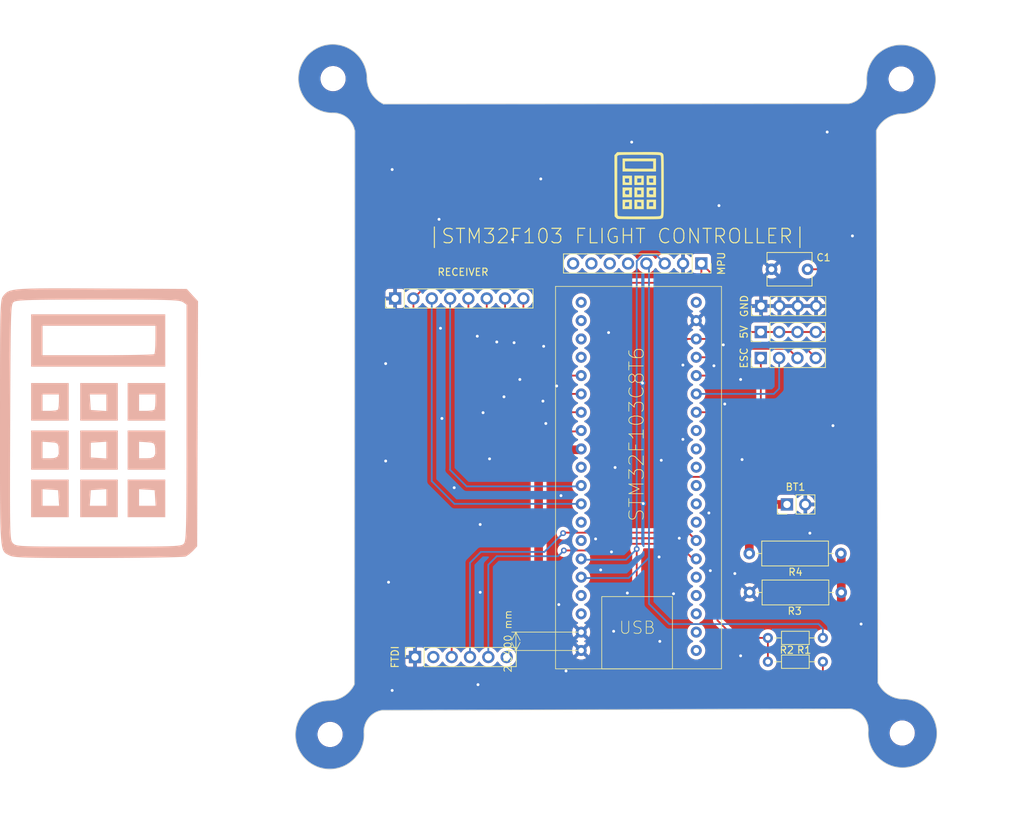
<source format=kicad_pcb>
(kicad_pcb (version 20221018) (generator pcbnew)
  (layers (0 "F.Cu" signal) (31 "B.Cu" signal) (34 "B.Paste" user) (35 "F.Paste" user) (36 "B.SilkS" user "B.Silkscreen") (37 "F.SilkS" user "F.Silkscreen") (38 "B.Mask" user) (39 "F.Mask" user) (44 "Edge.Cuts" user))
  (net 0 "")
  (net 1 "VCC")
  (net 2 "GND")
  (net 3 "/SCL")
  (net 4 "/SDA")
  (net 10 "/TX")
  (net 11 "/RX")
  (net 13 "/ESC1")
  (net 14 "/ESC2")
  (net 15 "/ESC3")
  (net 16 "/ESC4")
  (net 17 "/CH6")
  (net 18 "/CH5")
  (net 19 "/CH4")
  (net 20 "/CH3")
  (net 21 "/CH2")
  (net 22 "/CH1")
  (net 23 "/BATT_ANALOG")
  (net 44 "+5V")
  (footprint "Connector_PinHeader_2.54mm:PinHeader_1x08_P2.54mm_Vertical" (layer "F.Cu") (at 98.21 77.67 90)
    (fp_text reference "J6" hide)
    (fp_text value "RECEIVER")
    (pad "1" thru_hole rect (at 0 0 90) (size 1.7 1.7) (drill 1) (layers "*.Cu" "*.Mask") (net 2 "GND"))
    (pad "2" thru_hole oval (at 0 2.54 90) (size 1.7 1.7) (drill 1) (layers "*.Cu" "*.Mask") (net 44 "+5V"))
    (pad "3" thru_hole oval (at 0 5.08 90) (size 1.7 1.7) (drill 1) (layers "*.Cu" "*.Mask") (net 17 "/CH6"))
    (pad "4" thru_hole oval (at 0 7.62 90) (size 1.7 1.7) (drill 1) (layers "*.Cu" "*.Mask") (net 18 "/CH5"))
    (pad "5" thru_hole oval (at 0 10.16 90) (size 1.7 1.7) (drill 1) (layers "*.Cu" "*.Mask") (net 19 "/CH4"))
    (pad "6" thru_hole oval (at 0 12.7 90) (size 1.7 1.7) (drill 1) (layers "*.Cu" "*.Mask") (net 20 "/CH3"))
    (pad "7" thru_hole oval (at 0 15.24 90) (size 1.7 1.7) (drill 1) (layers "*.Cu" "*.Mask") (net 21 "/CH2"))
    (pad "8" thru_hole oval (at 0 17.78 90) (size 1.7 1.7) (drill 1) (layers "*.Cu" "*.Mask") (net 22 "/CH1"))
  )
  (footprint "Connector_PinHeader_2.54mm:PinHeader_1x04_P2.54mm_Vertical" (layer "F.Cu") (at 148.9 82.32 90)
    (fp_text reference "5V" (at 0 -2.33 90) (layer "F.SilkS"))
    (fp_text value "ESC VCC PINS")
    (pad "1" thru_hole rect (at 0 0 90) (size 1.7 1.7) (drill 1) (layers "*.Cu" "*.Mask") (net 44 "+5V"))
    (pad "2" thru_hole oval (at 0 2.54 90) (size 1.7 1.7) (drill 1) (layers "*.Cu" "*.Mask") (net 44 "+5V"))
    (pad "3" thru_hole oval (at 0 5.08 90) (size 1.7 1.7) (drill 1) (layers "*.Cu" "*.Mask") (net 44 "+5V"))
    (pad "4" thru_hole oval (at 0 7.62 90) (size 1.7 1.7) (drill 1) (layers "*.Cu" "*.Mask") (net 44 "+5V"))
  )
  (footprint "Connector_PinSocket_2.54mm:PinSocket_1x08_P2.54mm_Vertical" (layer "F.Cu") (at 140.66 72.82 -90)
    (fp_text reference "MPU" (at 0 -2.77 90) (layer "F.SilkS"))
    (fp_text value "mpu6050 socket pins")
    (pad "1" thru_hole rect (at 0 0 270) (size 1.7 1.7) (drill 1) (layers "*.Cu" "*.Mask") (net 44 "+5V"))
    (pad "2" thru_hole oval (at 0 2.54 270) (size 1.7 1.7) (drill 1) (layers "*.Cu" "*.Mask") (net 2 "GND"))
    (pad "3" thru_hole oval (at 0 5.08 270) (size 1.7 1.7) (drill 1) (layers "*.Cu" "*.Mask") (net 3 "/SCL"))
    (pad "4" thru_hole oval (at 0 7.62 270) (size 1.7 1.7) (drill 1) (layers "*.Cu" "*.Mask") (net 4 "/SDA"))
    (pad "5" thru_hole oval (at 0 10.16 270) (size 1.7 1.7) (drill 1) (layers "*.Cu" "*.Mask"))
    (pad "6" thru_hole oval (at 0 12.7 270) (size 1.7 1.7) (drill 1) (layers "*.Cu" "*.Mask"))
    (pad "7" thru_hole oval (at 0 15.24 270) (size 1.7 1.7) (drill 1) (layers "*.Cu" "*.Mask"))
    (pad "8" thru_hole oval (at 0 17.78 270) (size 1.7 1.7) (drill 1) (layers "*.Cu" "*.Mask"))
  )
  (footprint "MountingHole:MountingHole_3.2mm_M3" (layer "F.Cu") (at 89.61 47.2)
    (fp_text reference "REF**" hide)
    (fp_text value "MountingHole_3mm")
    (pad "" np_thru_hole circle (at 0 0) (size 3 3) (drill 3) (layers "F&B.Cu" "*.Mask" "Dwgs.User"))
  )
  (footprint "Connector_PinHeader_2.54mm:PinHeader_1x02_P2.54mm_Vertical" (layer "F.Cu") (at 152.525 106.22 90)
    (fp_text reference "BT1" (at 2.42 1.175 180) (layer "F.SilkS"))
    (fp_text value "Battery")
    (pad "1" thru_hole rect (at 0 0 90) (size 1.7 1.7) (drill 1) (layers "*.Cu" "*.Mask") (net 1 "VCC"))
    (pad "2" thru_hole oval (at 0 2.54 90) (size 1.7 1.7) (drill 1) (layers "*.Cu" "*.Mask") (net 2 "GND"))
  )
  (footprint "Resistor_THT:R_Axial_DIN0309_L9.0mm_D3.2mm_P12.70mm_Horizontal" (layer "F.Cu") (at 160 113.02 180)
    (fp_text reference "R4" (at 6.3 -2.58) (layer "F.SilkS"))
    (fp_text value "R")
    (pad "1" thru_hole circle (at 0 0 180) (size 1.6 1.6) (drill 0.8) (layers "*.Cu" "*.Mask") (net 23 "/BATT_ANALOG"))
    (pad "2" thru_hole oval (at 12.7 0 180) (size 1.6 1.6) (drill 0.8) (layers "*.Cu" "*.Mask") (net 1 "VCC"))
  )
  (footprint "Resistor_THT:R_Axial_DIN0204_L3.6mm_D1.6mm_P7.62mm_Horizontal" (layer "F.Cu") (at 149.88 128.02)
    (fp_text reference "R1" (at 5.02 -1.62) (layer "F.SilkS"))
    (fp_text value "4.7k")
    (pad "1" thru_hole circle (at 0 0) (size 1.4 1.4) (drill 0.7) (layers "*.Cu" "*.Mask") (net 44 "+5V"))
    (pad "2" thru_hole oval (at 7.62 0) (size 1.4 1.4) (drill 0.7) (layers "*.Cu" "*.Mask") (net 3 "/SCL"))
  )
  (footprint "Resistor_THT:R_Axial_DIN0204_L3.6mm_D1.6mm_P7.62mm_Horizontal" (layer "F.Cu") (at 149.88 124.72)
    (fp_text reference "R2" (at 2.62 1.68) (layer "F.SilkS"))
    (fp_text value "4.7k")
    (pad "1" thru_hole circle (at 0 0) (size 1.4 1.4) (drill 0.7) (layers "*.Cu" "*.Mask") (net 44 "+5V"))
    (pad "2" thru_hole oval (at 7.62 0) (size 1.4 1.4) (drill 0.7) (layers "*.Cu" "*.Mask") (net 4 "/SDA"))
  )
  (footprint "Resistor_THT:R_Axial_DIN0309_L9.0mm_D3.2mm_P12.70mm_Horizontal" (layer "F.Cu") (at 147.35 118.42)
    (fp_text reference "R3" (at 6.25 2.58) (layer "F.SilkS"))
    (fp_text value "R")
    (pad "1" thru_hole circle (at 0 0) (size 1.6 1.6) (drill 0.8) (layers "*.Cu" "*.Mask") (net 2 "GND"))
    (pad "2" thru_hole oval (at 12.7 0) (size 1.6 1.6) (drill 0.8) (layers "*.Cu" "*.Mask") (net 23 "/BATT_ANALOG"))
  )
  (footprint "Connector_PinSocket_2.54mm:PinSocket_1x06_P2.54mm_Vertical" (layer "F.Cu") (at 100.97 127.37 90)
    (fp_text reference "FTDI" (at 0 -2.77 90) (layer "F.SilkS"))
    (fp_text value "FT232 USB/TTL")
    (pad "1" thru_hole rect (at 0 0 90) (size 1.7 1.7) (drill 1) (layers "*.Cu" "*.Mask") (net 2 "GND"))
    (pad "2" thru_hole oval (at 0 2.54 90) (size 1.7 1.7) (drill 1) (layers "*.Cu" "*.Mask"))
    (pad "3" thru_hole oval (at 0 5.08 90) (size 1.7 1.7) (drill 1) (layers "*.Cu" "*.Mask") (net 44 "+5V"))
    (pad "4" thru_hole oval (at 0 7.62 90) (size 1.7 1.7) (drill 1) (layers "*.Cu" "*.Mask") (net 10 "/TX"))
    (pad "5" thru_hole oval (at 0 10.16 90) (size 1.7 1.7) (drill 1) (layers "*.Cu" "*.Mask") (net 11 "/RX"))
    (pad "6" thru_hole oval (at 0 12.7 90) (size 1.7 1.7) (drill 1) (layers "*.Cu" "*.Mask"))
  )
  (footprint "Capacitor_THT:C_Disc_D6.0mm_W4.4mm_P5.00mm" (layer "F.Cu") (at 150.38 73.62)
    (fp_text reference "C1" (at 7.22 -1.62) (layer "F.SilkS"))
    (fp_text value "C")
    (pad "1" thru_hole circle (at 0 0) (size 1.6 1.6) (drill 0.8) (layers "*.Cu" "*.Mask") (net 2 "GND"))
    (pad "2" thru_hole circle (at 5 0) (size 1.6 1.6) (drill 0.8) (layers "*.Cu" "*.Mask") (net 44 "+5V"))
  )
  (footprint "graphics:pcb_logo_10mmx10mm" (layer "F.Cu") (at 132 62)
    (fp_text reference "G***" hide)
    (fp_text value "LOGO" hide)
  )
  (footprint "MountingHole:MountingHole_3.2mm_M3" (layer "F.Cu") (at 168.35 47.25)
    (fp_text reference "REF**" hide)
    (fp_text value "MountingHole_3mm")
    (pad "" np_thru_hole circle (at 0 0) (size 3 3) (drill 3) (layers "F&B.Cu" "*.Mask" "Dwgs.User"))
  )
  (footprint "Connector_PinHeader_2.54mm:PinHeader_1x04_P2.54mm_Vertical" (layer "F.Cu") (at 148.9 85.92 90)
    (fp_text reference "ESC" (at 0 -2.33 90) (layer "F.SilkS"))
    (fp_text value "ESC PWM PINS")
    (pad "1" thru_hole rect (at 0 0 90) (size 1.7 1.7) (drill 1) (layers "*.Cu" "*.Mask") (net 13 "/ESC1"))
    (pad "2" thru_hole oval (at 0 2.54 90) (size 1.7 1.7) (drill 1) (layers "*.Cu" "*.Mask") (net 14 "/ESC2"))
    (pad "3" thru_hole oval (at 0 5.08 90) (size 1.7 1.7) (drill 1) (layers "*.Cu" "*.Mask") (net 15 "/ESC3"))
    (pad "4" thru_hole oval (at 0 7.62 90) (size 1.7 1.7) (drill 1) (layers "*.Cu" "*.Mask") (net 16 "/ESC4"))
  )
  (footprint "MountingHole:MountingHole_3.2mm_M3" (layer "F.Cu") (at 168.5 137.9)
    (fp_text reference "REF**" hide)
    (fp_text value "MountingHole_3mm")
    (pad "" np_thru_hole circle (at 0 0) (size 3 3) (drill 3) (layers "F&B.Cu" "*.Mask" "Dwgs.User"))
  )
  (footprint "MountingHole:MountingHole_3.2mm_M3" (layer "F.Cu") (at 89.2 138.1)
    (fp_text reference "REF**" hide)
    (fp_text value "MountingHole_3mm")
    (pad "" np_thru_hole circle (at 0 0) (size 3 3) (drill 3) (layers "F&B.Cu" "*.Mask" "Dwgs.User"))
  )
  (footprint "Connector_PinHeader_2.54mm:PinHeader_1x04_P2.54mm_Vertical" (layer "F.Cu") (at 148.94 78.72 90)
    (fp_text reference "GND" (at 0 -2.33 90) (layer "F.SilkS"))
    (fp_text value "ESC GND PINS")
    (pad "1" thru_hole rect (at 0 0 90) (size 1.7 1.7) (drill 1) (layers "*.Cu" "*.Mask") (net 2 "GND"))
    (pad "2" thru_hole oval (at 0 2.54 90) (size 1.7 1.7) (drill 1) (layers "*.Cu" "*.Mask") (net 2 "GND"))
    (pad "3" thru_hole oval (at 0 5.08 90) (size 1.7 1.7) (drill 1) (layers "*.Cu" "*.Mask") (net 2 "GND"))
    (pad "4" thru_hole oval (at 0 7.62 90) (size 1.7 1.7) (drill 1) (layers "*.Cu" "*.Mask") (net 2 "GND"))
  )
  (footprint "Library:stm32f103" (layer "F.Cu") (at 143.45 75.6 180)
    (fp_text reference "U1" hide)
    (fp_text value "STM32F103C8Tx" hide)
    (fp_text user "USB" (at 14.3 -48.7 unlocked) (layer "F.SilkS") (effects (font (size 1.7 1.7) (thickness 0.1)) (justify left bottom)))
    (fp_text user "STM32F103C8T6" (at 10.6 -33.1 90 unlocked) (layer "F.SilkS") (effects (font (size 2 2) (thickness 0.1)) (justify left bottom)))
    (pad "1" thru_hole circle (at 19.45 -2.6) (size 1.524 1.524) (drill 0.762) (layers "*.Cu" "*.Mask"))
    (pad "2" thru_hole circle (at 19.45 -5.14) (size 1.524 1.524) (drill 0.762) (layers "*.Cu" "*.Mask"))
    (pad "3" thru_hole circle (at 19.45 -7.68) (size 1.524 1.524) (drill 0.762) (layers "*.Cu" "*.Mask"))
    (pad "4" thru_hole circle (at 19.45 -10.22) (size 1.524 1.524) (drill 0.762) (layers "*.Cu" "*.Mask"))
    (pad "7" thru_hole circle (at 19.45 -43.24) (size 1.524 1.524) (drill 0.762) (layers "*.Cu" "*.Mask"))
    (pad "10" thru_hole circle (at 19.45 -12.76) (size 1.524 1.524) (drill 0.762) (layers "*.Cu" "*.Mask") (net 22 "/CH1"))
    (pad "11" thru_hole circle (at 19.45 -15.3) (size 1.524 1.524) (drill 0.762) (layers "*.Cu" "*.Mask") (net 21 "/CH2"))
    (pad "12" thru_hole circle (at 19.45 -17.84) (size 1.524 1.524) (drill 0.762) (layers "*.Cu" "*.Mask") (net 20 "/CH3"))
    (pad "13" thru_hole circle (at 19.45 -20.38) (size 1.524 1.524) (drill 0.762) (layers "*.Cu" "*.Mask") (net 19 "/CH4"))
    (pad "14" thru_hole circle (at 19.45 -22.92) (size 1.524 1.524) (drill 0.762) (layers "*.Cu" "*.Mask") (net 23 "/BATT_ANALOG"))
    (pad "15" thru_hole circle (at 19.45 -25.46) (size 1.524 1.524) (drill 0.762) (layers "*.Cu" "*.Mask"))
    (pad "16" thru_hole circle (at 19.45 -28) (size 1.524 1.524) (drill 0.762) (layers "*.Cu" "*.Mask") (net 18 "/CH5"))
    (pad "17" thru_hole circle (at 19.45 -30.54) (size 1.524 1.524) (drill 0.762) (layers "*.Cu" "*.Mask") (net 17 "/CH6"))
    (pad "18" thru_hole circle (at 19.45 -33.08) (size 1.524 1.524) (drill 0.762) (layers "*.Cu" "*.Mask"))
    (pad "19" thru_hole circle (at 19.45 -35.62) (size 1.524 1.524) (drill 0.762) (layers "*.Cu" "*.Mask"))
    (pad "21" thru_hole circle (at 19.45 -38.16) (size 1.524 1.524) (drill 0.762) (layers "*.Cu" "*.Mask") (net 3 "/SCL"))
    (pad "22" thru_hole circle (at 19.45 -40.7) (size 1.524 1.524) (drill 0.762) (layers "*.Cu" "*.Mask") (net 4 "/SDA"))
    (pad "23" thru_hole circle (at 3.5 -5.14) (size 1.524 1.524) (drill 0.762) (layers "*.Cu" "*.Mask") (net 2 "GND"))
    (pad "23" thru_hole circle (at 19.45 -50.86) (size 1.524 1.524) (drill 0.762) (layers "*.Cu" "*.Mask") (net 2 "GND"))
    (pad "23" thru_hole circle (at 19.45 -48.32) (size 1.524 1.524) (drill 0.762) (layers "*.Cu" "*.Mask") (net 2 "GND"))
    (pad "24" thru_hole circle (at 3.5 -7.68) (size 1.524 1.524) (drill 0.762) (layers "*.Cu" "*.Mask") (net 44 "+5V"))
    (pad "25" thru_hole circle (at 3.5 -50.86) (size 1.524 1.524) (drill 0.762) (layers "*.Cu" "*.Mask"))
    (pad "26" thru_hole circle (at 3.5 -48.32) (size 1.524 1.524) (drill 0.762) (layers "*.Cu" "*.Mask"))
    (pad "27" thru_hole circle (at 3.5 -45.78) (size 1.524 1.524) (drill 0.762) (layers "*.Cu" "*.Mask"))
    (pad "28" thru_hole circle (at 3.5 -43.24) (size 1.524 1.524) (drill 0.762) (layers "*.Cu" "*.Mask"))
    (pad "29" thru_hole circle (at 3.5 -40.7) (size 1.524 1.524) (drill 0.762) (layers "*.Cu" "*.Mask"))
    (pad "30" thru_hole circle (at 3.5 -38.16) (size 1.524 1.524) (drill 0.762) (layers "*.Cu" "*.Mask") (net 11 "/RX"))
    (pad "31" thru_hole circle (at 3.5 -35.62) (size 1.524 1.524) (drill 0.762) (layers "*.Cu" "*.Mask") (net 10 "/TX"))
    (pad "32" thru_hole circle (at 3.5 -33.08) (size 1.524 1.524) (drill 0.762) (layers "*.Cu" "*.Mask"))
    (pad "33" thru_hole circle (at 3.5 -30.54) (size 1.524 1.524) (drill 0.762) (layers "*.Cu" "*.Mask"))
    (pad "36" thru_hole circle (at 3.5 -2.6) (size 1.524 1.524) (drill 0.762) (layers "*.Cu" "*.Mask"))
    (pad "38" thru_hole circle (at 3.5 -28) (size 1.524 1.524) (drill 0.762) (layers "*.Cu" "*.Mask"))
    (pad "39" thru_hole circle (at 3.5 -25.46) (size 1.524 1.524) (drill 0.762) (layers "*.Cu" "*.Mask"))
    (pad "40" thru_hole circle (at 3.5 -22.92) (size 1.524 1.524) (drill 0.762) (layers "*.Cu" "*.Mask"))
    (pad "41" thru_hole circle (at 3.5 -20.38) (size 1.524 1.524) (drill 0.762) (layers "*.Cu" "*.Mask"))
    (pad "42" thru_hole circle (at 3.5 -17.84) (size 1.524 1.524) (drill 0.762) (layers "*.Cu" "*.Mask") (net 13 "/ESC1"))
    (pad "43" thru_hole circle (at 3.5 -15.3) (size 1.524 1.524) (drill 0.762) (layers "*.Cu" "*.Mask") (net 14 "/ESC2"))
    (pad "45" thru_hole circle (at 3.5 -12.76) (size 1.524 1.524) (drill 0.762) (layers "*.Cu" "*.Mask") (net 15 "/ESC3"))
    (pad "46" thru_hole circle (at 3.5 -10.22) (size 1.524 1.524) (drill 0.762) (layers "*.Cu" "*.Mask") (net 16 "/ESC4"))
    (pad "48" thru_hole circle (at 19.45 -45.78) (size 1.524 1.524) (drill 0.762) (layers "*.Cu" "*.Mask"))
  )
  (footprint "Graphics:pcbLogo_40mmx40mm" (layer "B.Cu") (at 57.278551 94.832635 180)
    (fp_text reference "G***" hide)
    (fp_text value "LOGO" hide)
  )
  (gr_arc (start 89.56 51.954208) (mid 86.198267 43.838267) (end 94.314208 47.2) (stroke (width 0.1)) (layer "Edge.Cuts"))
  (gr_line (start 92.615311 54.449099) (end 92.570554 131.136095) (stroke (width 0.1)) (layer "Edge.Cuts"))
  (gr_arc (start 164.920308 54.35959) (mid 166.317955 52.744192) (end 168.35 52.085615) (stroke (width 0.1)) (layer "Edge.Cuts"))
  (gr_arc (start 168.55 133.195792) (mid 171.783705 141.435083) (end 163.809084 137.594747) (stroke (width 0.1)) (layer "Edge.Cuts"))
  (gr_arc (start 89.56 51.954208) (mid 91.555869 52.628266) (end 92.615311 54.449099) (stroke (width 0.1)) (layer "Edge.Cuts"))
  (gr_arc (start 163.574058 47.604131) (mid 162.899978 49.599982) (end 161.079167 50.659442) (stroke (width 0.1)) (layer "Edge.Cuts"))
  (gr_arc (start 93.890916 137.794747) (mid 85.916295 141.635084) (end 89.15 133.395792) (stroke (width 0.1)) (layer "Edge.Cuts"))
  (gr_arc (start 92.570554 131.136095) (mid 91.176513 132.744637) (end 89.15 133.395792) (stroke (width 0.1)) (layer "Edge.Cuts"))
  (gr_line (start 96.37335 134.755409) (end 161.32665 134.555409) (stroke (width 0.1)) (layer "Edge.Cuts"))
  (gr_arc (start 93.890917 137.794747) (mid 94.561844 135.809284) (end 96.37335 134.755409) (stroke (width 0.1)) (layer "Edge.Cuts"))
  (gr_arc (start 163.574059 47.604131) (mid 171.624649 43.810189) (end 168.35 52.085615) (stroke (width 0.1)) (layer "Edge.Cuts"))
  (gr_arc (start 161.32665 134.555409) (mid 163.138155 135.609285) (end 163.809083 137.594747) (stroke (width 0.1)) (layer "Edge.Cuts"))
  (gr_line (start 96.603238 50.714321) (end 161.079167 50.659442) (stroke (width 0.1)) (layer "Edge.Cuts"))
  (gr_line (start 164.920308 54.35959) (end 165.129446 130.936095) (stroke (width 0.1)) (layer "Edge.Cuts"))
  (gr_arc (start 168.55 133.195792) (mid 166.523487 132.544637) (end 165.129446 130.936095) (stroke (width 0.1)) (layer "Edge.Cuts"))
  (gr_arc (start 96.603238 50.714321) (mid 94.960762 49.281504) (end 94.314208 47.2) (stroke (width 0.1)) (layer "Edge.Cuts"))
  (gr_text "|STM32F103 FLIGHT CONTROLLER|" (at 102.6 70.2) (layer "F.SilkS") (effects (font (size 2 2)) (justify left bottom)))
  (gr_text "RECEIVER" (at 104 74.6) (layer "F.SilkS") (effects (font (size 1 1)) (justify left bottom)))
  (segment (start 149.18 106.22) (end 147.3 108.1) (width 1.2) (layer "F.Cu") (net 1))
  (segment (start 152.525 106.22) (end 149.18 106.22) (width 1.2) (layer "F.Cu") (net 1))
  (segment (start 147.3 108.1) (end 147.3 113.02) (width 1.2) (layer "F.Cu") (net 1))
  (via (at 132.5 89.4) (size 0.8) (drill 0.4) (layers "F.Cu" "B.Cu") (net 2))
  (via (at 126 111) (size 0.8) (drill 0.4) (layers "F.Cu" "B.Cu") (net 2))
  (via (at 138.1 97.2) (size 0.8) (drill 0.4) (layers "F.Cu" "B.Cu") (net 2))
  (via (at 135.1 100.1) (size 0.8) (drill 0.4) (layers "F.Cu" "B.Cu") (net 2))
  (via (at 162.8 122.8) (size 0.8) (drill 0.4) (layers "F.Cu" "B.Cu") (net 2))
  (via (at 114.5 69.5) (size 0.8) (drill 0.4) (layers "F.Cu" "B.Cu") (net 2))
  (via (at 145.3 115.8) (size 0.8) (drill 0.4) (layers "F.Cu" "B.Cu") (net 2))
  (via (at 141.9 115.4) (size 0.8) (drill 0.4) (layers "F.Cu" "B.Cu") (net 2))
  (via (at 121.9 129.3) (size 0.8) (drill 0.4) (layers "F.Cu" "B.Cu") (net 2))
  (via (at 143.7 84.1) (size 0.8) (drill 0.4) (layers "F.Cu" "B.Cu") (net 2))
  (via (at 118.7 91.9) (size 0.8) (drill 0.4) (layers "F.Cu" "B.Cu") (net 2))
  (via (at 106.4 103.9) (size 0.8) (drill 0.4) (layers "F.Cu" "B.Cu") (net 2))
  (via (at 110.4 93.5) (size 0.8) (drill 0.4) (layers "F.Cu" "B.Cu") (net 2))
  (via (at 136.8 118.6) (size 0.8) (drill 0.4) (layers "F.Cu" "B.Cu") (net 2))
  (via (at 111.3 99.9) (size 0.8) (drill 0.4) (layers "F.Cu" "B.Cu") (net 2))
  (via (at 134.8 113.5) (size 0.8) (drill 0.4) (layers "F.Cu" "B.Cu") (net 2))
  (via (at 146.3 100) (size 0.8) (drill 0.4) (layers "F.Cu" "B.Cu") (net 2))
  (via (at 128.2 112.8) (size 0.8) (drill 0.4) (layers "F.Cu" "B.Cu") (net 2))
  (via (at 104.5 81.8) (size 0.8) (drill 0.4) (layers "F.Cu" "B.Cu") (net 2))
  (via (at 143.1 64.8) (size 0.8) (drill 0.4) (layers "F.Cu" "B.Cu") (net 2))
  (via (at 126.7 115.3) (size 0.8) (drill 0.4) (layers "F.Cu" "B.Cu") (net 2))
  (via (at 110 118.4) (size 0.8) (drill 0.4) (layers "F.Cu" "B.Cu") (net 2))
  (via (at 109.6 82.9) (size 0.8) (drill 0.4) (layers "F.Cu" "B.Cu") (net 2))
  (via (at 132.6 106.1) (size 0.8) (drill 0.4) (layers "F.Cu" "B.Cu") (net 2))
  (via (at 113.3 91.3) (size 0.8) (drill 0.4) (layers "F.Cu" "B.Cu") (net 2))
  (via (at 97.8 132) (size 0.8) (drill 0.4) (layers "F.Cu" "B.Cu") (net 2))
  (via (at 138.1 86.9) (size 0.8) (drill 0.4) (layers "F.Cu" "B.Cu") (net 2))
  (via (at 109.7 131.2) (size 0.8) (drill 0.4) (layers "F.Cu" "B.Cu") (net 2))
  (via (at 96.9 100.2) (size 0.8) (drill 0.4) (layers "F.Cu" "B.Cu") (net 2))
  (via (at 97.8 59.8) (size 0.8) (drill 0.4) (layers "F.Cu" "B.Cu") (net 2))
  (via (at 119.1 95) (size 0.8) (drill 0.4) (layers "F.Cu" "B.Cu") (net 2))
  (via (at 104.7 94.3) (size 0.8) (drill 0.4) (layers "F.Cu" "B.Cu") (net 2))
  (via (at 120.6 89.8) (size 0.8) (drill 0.4) (layers "F.Cu" "B.Cu") (net 2))
  (via (at 131 56) (size 0.8) (drill 0.4) (layers "F.Cu" "B.Cu") (net 2))
  (via (at 114.7 83.8) (size 0.8) (drill 0.4) (layers "F.Cu" "B.Cu") (net 2))
  (via (at 115.5 88.9) (size 0.8) (drill 0.4) (layers "F.Cu" "B.Cu") (net 2))
  (via (at 110 109) (size 0.8) (drill 0.4) (layers "F.Cu" "B.Cu") (net 2))
  (via (at 128.5 123.8) (size 0.8) (drill 0.4) (layers "F.Cu" "B.Cu") (net 2))
  (via (at 104.3 66.7) (size 0.8) (drill 0.4) (layers "F.Cu" "B.Cu") (net 2))
  (via (at 158.1 54.6) (size 0.8) (drill 0.4) (layers "F.Cu" "B.Cu") (net 2))
  (via (at 96.9 86.7) (size 0.8) (drill 0.4) (layers "F.Cu" "B.Cu") (net 2))
  (via (at 143.9 92.3) (size 0.8) (drill 0.4) (layers "F.Cu" "B.Cu") (net 2))
  (via (at 127.8 82.4) (size 0.8) (drill 0.4) (layers "F.Cu" "B.Cu") (net 2))
  (via (at 158.9 95.3) (size 0.8) (drill 0.4) (layers "F.Cu" "B.Cu") (net 2))
  (via (at 120.9 120.1) (size 0.8) (drill 0.4) (layers "F.Cu" "B.Cu") (net 2))
  (via (at 142.4 87) (size 0.8) (drill 0.4) (layers "F.Cu" "B.Cu") (net 2))
  (via (at 141.7 107.4) (size 0.8) (drill 0.4) (layers "F.Cu" "B.Cu") (net 2))
  (via (at 112.3 83.7) (size 0.8) (drill 0.4) (layers "F.Cu" "B.Cu") (net 2))
  (via (at 118.8 84.3) (size 0.8) (drill 0.4) (layers "F.Cu" "B.Cu") (net 2))
  (via (at 121.2 105) (size 0.8) (drill 0.4) (layers "F.Cu" "B.Cu") (net 2))
  (via (at 130.4 118.5) (size 0.8) (drill 0.4) (layers "F.Cu" "B.Cu") (net 2))
  (via (at 146.1 127.2) (size 0.8) (drill 0.4) (layers "F.Cu" "B.Cu") (net 2))
  (via (at 146.1 88.9) (size 0.8) (drill 0.4) (layers "F.Cu" "B.Cu") (net 2))
  (via (at 97.3 117) (size 0.8) (drill 0.4) (layers "F.Cu" "B.Cu") (net 2))
  (via (at 134.9 125.2) (size 0.8) (drill 0.4) (layers "F.Cu" "B.Cu") (net 2))
  (via (at 155.7 110.2) (size 0.8) (drill 0.4) (layers "F.Cu" "B.Cu") (net 2))
  (via (at 118.4 61.1) (size 0.8) (drill 0.4) (layers "F.Cu" "B.Cu") (net 2))
  (via (at 161.6 69) (size 0.8) (drill 0.4) (layers "F.Cu" "B.Cu") (net 2))
  (via (at 137.6 110.9) (size 0.8) (drill 0.4) (layers "F.Cu" "B.Cu") (net 2))
  (via (at 128.7 101.1) (size 0.8) (drill 0.4) (layers "F.Cu" "B.Cu") (net 2))
  (segment (start 157.5 129.5) (end 157.5 128.02) (width 0.25) (layer "F.Cu") (net 3))
  (segment (start 134.1 129.9) (end 157.1 129.9) (width 0.25) (layer "F.Cu") (net 3))
  (segment (start 157.1 129.9) (end 157.5 129.5) (width 0.25) (layer "F.Cu") (net 3))
  (segment (start 131.7 127.5) (end 134.1 129.9) (width 0.25) (layer "F.Cu") (net 3))
  (segment (start 131.7 112.4) (end 131.7 127.5) (width 0.25) (layer "F.Cu") (net 3))
  (via (at 131.7 112.4) (size 0.8) (drill 0.4) (layers "F.Cu" "B.Cu") (net 3))
  (segment (start 131.7 112.4) (end 130.22 113.88) (width 0.25) (layer "B.Cu") (net 3))
  (segment (start 131.7 72.498299) (end 131.7 112.4) (width 0.25) (layer "B.Cu") (net 3))
  (segment (start 135.58 72.82) (end 134.405 71.645) (width 0.25) (layer "B.Cu") (net 3))
  (segment (start 130.22 113.88) (end 124.12 113.88) (width 0.25) (layer "B.Cu") (net 3))
  (segment (start 124.12 113.88) (end 124 113.76) (width 0.25) (layer "B.Cu") (net 3))
  (segment (start 134.405 71.645) (end 132.553299 71.645) (width 0.25) (layer "B.Cu") (net 3))
  (segment (start 132.553299 71.645) (end 131.7 72.498299) (width 0.25) (layer "B.Cu") (net 3))
  (segment (start 157.5 123.4) (end 157.5 124.72) (width 0.25) (layer "B.Cu") (net 4))
  (segment (start 133.04 113.96) (end 130.58 116.42) (width 0.25) (layer "B.Cu") (net 4))
  (segment (start 133.04 72.82) (end 133.4 73.18) (width 0.25) (layer "B.Cu") (net 4))
  (segment (start 156.9 122.8) (end 157.5 123.4) (width 0.25) (layer "B.Cu") (net 4))
  (segment (start 130.58 116.42) (end 124.36 116.42) (width 0.25) (layer "B.Cu") (net 4))
  (segment (start 133.4 73.18) (end 133.4 113.6) (width 0.25) (layer "B.Cu") (net 4))
  (segment (start 133.4 120) (end 136.2 122.8) (width 0.25) (layer "B.Cu") (net 4))
  (segment (start 136.2 122.8) (end 156.9 122.8) (width 0.25) (layer "B.Cu") (net 4))
  (segment (start 133.4 113.6) (end 133.4 120) (width 0.25) (layer "B.Cu") (net 4))
  (segment (start 133.4 113.6) (end 133.04 113.96) (width 0.25) (layer "B.Cu") (net 4))
  (segment (start 121.5 110.2) (end 121.567 110.133) (width 0.25) (layer "F.Cu") (net 10))
  (segment (start 139.83 111.34) (end 139.6 111.34) (width 0.25) (layer "F.Cu") (net 10))
  (segment (start 138.863 110.133) (end 139.95 111.22) (width 0.25) (layer "F.Cu") (net 10))
  (segment (start 121.567 110.133) (end 138.863 110.133) (width 0.25) (layer "F.Cu") (net 10))
  (segment (start 139.95 111.22) (end 139.83 111.34) (width 0.25) (layer "F.Cu") (net 10))
  (via (at 121.5 110.2) (size 0.8) (drill 0.4) (layers "F.Cu" "B.Cu") (net 10))
  (segment (start 110.1 112.8) (end 108.59 114.31) (width 0.25) (layer "B.Cu") (net 10))
  (segment (start 118.9 112.8) (end 110.1 112.8) (width 0.25) (layer "B.Cu") (net 10))
  (segment (start 108.59 114.31) (end 108.59 127.37) (width 0.25) (layer "B.Cu") (net 10))
  (segment (start 121.5 110.2) (end 118.9 112.8) (width 0.25) (layer "B.Cu") (net 10))
  (segment (start 126.625 111.675) (end 125.7 112.6) (width 0.25) (layer "F.Cu") (net 11))
  (segment (start 125.7 112.6) (end 121.6 112.6) (width 0.25) (layer "F.Cu") (net 11))
  (segment (start 137.395 111.675) (end 126.625 111.675) (width 0.25) (layer "F.Cu") (net 11))
  (segment (start 139.95 113.76) (end 139.48 113.76) (width 0.25) (layer "F.Cu") (net 11))
  (segment (start 139.48 113.76) (end 137.395 111.675) (width 0.25) (layer "F.Cu") (net 11))
  (via (at 121.6 112.6) (size 0.8) (drill 0.4) (layers "F.Cu" "B.Cu") (net 11))
  (segment (start 121.6 112.6) (end 120.8 113.4) (width 0.25) (layer "B.Cu") (net 11))
  (segment (start 120.8 113.4) (end 112.3 113.4) (width 0.25) (layer "B.Cu") (net 11))
  (segment (start 112.3 113.4) (end 111.13 114.57) (width 0.25) (layer "B.Cu") (net 11))
  (segment (start 111.13 114.57) (end 111.13 127.37) (width 0.25) (layer "B.Cu") (net 11))
  (segment (start 139.6 93.56) (end 139.72 93.44) (width 0.25) (layer "F.Cu") (net 13))
  (segment (start 147.26 93.44) (end 148.9 91.8) (width 0.25) (layer "F.Cu") (net 13))
  (segment (start 139.72 93.44) (end 147.26 93.44) (width 0.25) (layer "F.Cu") (net 13))
  (segment (start 148.9 91.8) (end 148.9 85.92) (width 0.25) (layer "F.Cu") (net 13))
  (segment (start 150.7 90.9) (end 139.72 90.9) (width 0.25) (layer "B.Cu") (net 14))
  (segment (start 139.72 90.9) (end 139.6 91.02) (width 0.25) (layer "B.Cu") (net 14))
  (segment (start 151.44 90.16) (end 150.7 90.9) (width 0.25) (layer "B.Cu") (net 14))
  (segment (start 151.44 85.92) (end 151.44 90.16) (width 0.25) (layer "B.Cu") (net 14))
  (segment (start 144.9 87.4) (end 143.94 88.36) (width 0.25) (layer "F.Cu") (net 15))
  (segment (start 146.35 84.65) (end 144.9 86.1) (width 0.25) (layer "F.Cu") (net 15))
  (segment (start 139.72 88.36) (end 139.6 88.48) (width 0.25) (layer "F.Cu") (net 15))
  (segment (start 152.71 84.65) (end 146.35 84.65) (width 0.25) (layer "F.Cu") (net 15))
  (segment (start 144.9 86.1) (end 144.9 87.4) (width 0.25) (layer "F.Cu") (net 15))
  (segment (start 153.98 85.92) (end 152.71 84.65) (width 0.25) (layer "F.Cu") (net 15))
  (segment (start 143.94 88.36) (end 139.72 88.36) (width 0.25) (layer "F.Cu") (net 15))
  (segment (start 156.52 85.92) (end 154.8 84.2) (width 0.25) (layer "F.Cu") (net 16))
  (segment (start 154.8 84.2) (end 146.163604 84.2) (width 0.25) (layer "F.Cu") (net 16))
  (segment (start 139.72 85.82) (end 139.6 85.94) (width 0.25) (layer "F.Cu") (net 16))
  (segment (start 144.543604 85.82) (end 139.72 85.82) (width 0.25) (layer "F.Cu") (net 16))
  (segment (start 146.163604 84.2) (end 144.543604 85.82) (width 0.25) (layer "F.Cu") (net 16))
  (segment (start 124.36 106.26) (end 124.24 106.14) (width 0.25) (layer "B.Cu") (net 17))
  (segment (start 124.24 106.14) (end 106.44 106.14) (width 0.25) (layer "B.Cu") (net 17))
  (segment (start 103.29 102.99) (end 103.29 77.67) (width 0.25) (layer "B.Cu") (net 17))
  (segment (start 106.44 106.14) (end 103.29 102.99) (width 0.25) (layer "B.Cu") (net 17))
  (segment (start 123.88 103.72) (end 108.12 103.72) (width 0.25) (layer "B.Cu") (net 18))
  (segment (start 105.83 101.37) (end 105.83 77.67) (width 0.25) (layer "B.Cu") (net 18))
  (segment (start 108.12 103.72) (end 105.8 101.4) (width 0.25) (layer "B.Cu") (net 18))
  (segment (start 124 103.6) (end 123.88 103.72) (width 0.25) (layer "B.Cu") (net 18))
  (segment (start 105.8 101.4) (end 105.83 101.37) (width 0.25) (layer "B.Cu") (net 18))
  (segment (start 110.6 96.1) (end 108.37 93.87) (width 0.25) (layer "F.Cu") (net 19))
  (segment (start 108.37 93.87) (end 108.37 77.67) (width 0.25) (layer "F.Cu") (net 19))
  (segment (start 123.88 96.1) (end 110.6 96.1) (width 0.25) (layer "F.Cu") (net 19))
  (segment (start 124 95.98) (end 123.88 96.1) (width 0.25) (layer "F.Cu") (net 19))
  (segment (start 110.91 92.09) (end 110.91 77.67) (width 0.25) (layer "F.Cu") (net 20))
  (segment (start 110.9 92.1) (end 110.91 92.09) (width 0.25) (layer "F.Cu") (net 20))
  (segment (start 124.24 93.44) (end 112.24 93.44) (width 0.25) (layer "F.Cu") (net 20))
  (segment (start 124.36 93.56) (end 124.24 93.44) (width 0.25) (layer "F.Cu") (net 20))
  (segment (start 112.24 93.44) (end 110.9 92.1) (width 0.25) (layer "F.Cu") (net 20))
  (segment (start 124.36 91.02) (end 124.24 90.9) (width 0.25) (layer "F.Cu") (net 21))
  (segment (start 113.45 89.15) (end 113.45 77.67) (width 0.25) (layer "F.Cu") (net 21))
  (segment (start 124.24 90.9) (end 115.2 90.9) (width 0.25) (layer "F.Cu") (net 21))
  (segment (start 115.2 90.9) (end 113.45 89.15) (width 0.25) (layer "F.Cu") (net 21))
  (segment (start 124.36 88.48) (end 124.24 88.36) (width 0.25) (layer "F.Cu") (net 22))
  (segment (start 124.24 88.36) (end 117.26 88.36) (width 0.25) (layer "F.Cu") (net 22))
  (segment (start 117.26 88.36) (end 115.99 87.09) (width 0.25) (layer "F.Cu") (net 22))
  (segment (start 115.99 87.09) (end 115.99 77.67) (width 0.25) (layer "F.Cu") (net 22))
  (segment (start 160.05 113.07) (end 160 113.02) (width 1.2) (layer "F.Cu") (net 23))
  (segment (start 123.88 98.64) (end 124 98.52) (width 1.2) (layer "F.Cu") (net 23))
  (segment (start 160.05 118.42) (end 160.05 130.35) (width 1.2) (layer "F.Cu") (net 23))
  (segment (start 118.1 101.1) (end 120.56 98.64) (width 1.2) (layer "F.Cu") (net 23))
  (segment (start 158.2 132.2) (end 120 132.2) (width 1.2) (layer "F.Cu") (net 23))
  (segment (start 118.1 130.3) (end 118.1 101.1) (width 1.2) (layer "F.Cu") (net 23))
  (segment (start 160.05 130.35) (end 158.2 132.2) (width 1.2) (layer "F.Cu") (net 23))
  (segment (start 120 132.2) (end 118.1 130.3) (width 1.2) (layer "F.Cu") (net 23))
  (segment (start 160.05 118.42) (end 160.05 113.07) (width 1.2) (layer "F.Cu") (net 23))
  (segment (start 160 118.37) (end 160.05 118.42) (width 1.2) (layer "F.Cu") (net 23))
  (segment (start 120.56 98.64) (end 123.88 98.64) (width 1.2) (layer "F.Cu") (net 23))
  (segment (start 106.05 127.37) (end 106.05 110.95) (width 0.25) (layer "F.Cu") (net 44))
  (segment (start 100.75 105.55) (end 100.75 77.67) (width 0.25) (layer "F.Cu") (net 44))
  (segment (start 145.32 124.72) (end 142.9 122.3) (width 0.25) (layer "F.Cu") (net 44))
  (segment (start 148.9 82.32) (end 151.44 82.32) (width 0.25) (layer "F.Cu") (net 44))
  (segment (start 142.9 122.3) (end 142.9 104.5) (width 0.25) (layer "F.Cu") (net 44))
  (segment (start 151.44 82.32) (end 153.98 82.32) (width 0.25) (layer "F.Cu") (net 44))
  (segment (start 106.05 110.95) (end 100.7 105.6) (width 0.25) (layer "F.Cu") (net 44))
  (segment (start 139.7 75.5) (end 140.66 74.54) (width 0.25) (layer "F.Cu") (net 44))
  (segment (start 140.66 74.54) (end 140.66 72.82) (width 0.25) (layer "F.Cu") (net 44))
  (segment (start 153.98 82.32) (end 156.52 82.32) (width 0.25) (layer "F.Cu") (net 44))
  (segment (start 157.72 73.62) (end 155.38 73.62) (width 0.25) (layer "F.Cu") (net 44))
  (segment (start 149.88 124.72) (end 145.32 124.72) (width 0.25) (layer "F.Cu") (net 44))
  (segment (start 141.8 81.24) (end 142.88 82.32) (width 0.25) (layer "F.Cu") (net 44))
  (segment (start 137.1 101) (end 137.1 84.9) (width 0.25) (layer "F.Cu") (net 44))
  (segment (start 142.9 104.5) (end 140.8 102.4) (width 0.25) (layer "F.Cu") (net 44))
  (segment (start 102.92 75.5) (end 139.7 75.5) (width 0.25) (layer "F.Cu") (net 44))
  (segment (start 137.1 84.9) (end 138.72 83.28) (width 0.25) (layer "F.Cu") (net 44))
  (segment (start 140.8 102.4) (end 138.5 102.4) (width 0.25) (layer "F.Cu") (net 44))
  (segment (start 148.9 82.32) (end 142.88 82.32) (width 0.25) (layer "F.Cu") (net 44))
  (segment (start 100.75 77.67) (end 102.92 75.5) (width 0.25) (layer "F.Cu") (net 44))
  (segment (start 158.9 81.6) (end 158.9 74.8) (width 0.25) (layer "F.Cu") (net 44))
  (segment (start 141.8 73.96) (end 141.8 81.24) (width 0.25) (layer "F.Cu") (net 44))
  (segment (start 158.9 74.8) (end 157.72 73.62) (width 0.25) (layer "F.Cu") (net 44))
  (segment (start 140.66 72.82) (end 141.8 73.96) (width 0.25) (layer "F.Cu") (net 44))
  (segment (start 149.88 128.02) (end 149.88 124.72) (width 0.25) (layer "F.Cu") (net 44))
  (segment (start 138.72 83.28) (end 141.92 83.28) (width 0.25) (layer "F.Cu") (net 44))
  (segment (start 100.7 105.6) (end 100.75 105.55) (width 0.25) (layer "F.Cu") (net 44))
  (segment (start 141.92 83.28) (end 142.88 82.32) (width 0.25) (layer "F.Cu") (net 44))
  (segment (start 156.52 82.32) (end 158.18 82.32) (width 0.25) (layer "F.Cu") (net 44))
  (segment (start 158.18 82.32) (end 158.9 81.6) (width 0.25) (layer "F.Cu") (net 44))
  (segment (start 138.5 102.4) (end 137.1 101) (width 0.25) (layer "F.Cu") (net 44))
  (zone (net 2) (net_name "GND") (layer "F.Cu") (name "gnd") (connect_pads (clearance 0.5)) (min_thickness 0.25) (fill yes (thermal_gap 0.5) (thermal_bridge_width 0.5))
    (polygon (pts (xy 181.5 37.8) (xy 81 38.8) (xy 79.2 147.8) (xy 182.8 147.8)))
  )
  (zone (net 2) (net_name "GND") (layer "B.Cu") (priority 1) (connect_pads (clearance 0.5)) (min_thickness 0.25) (fill yes (thermal_gap 0.5) (thermal_bridge_width 0.5))
    (polygon (pts (xy 78.1 37.5) (xy 183.9 36.3) (xy 185.4 150.4) (xy 76.3 150.4)))
  )
)
</source>
